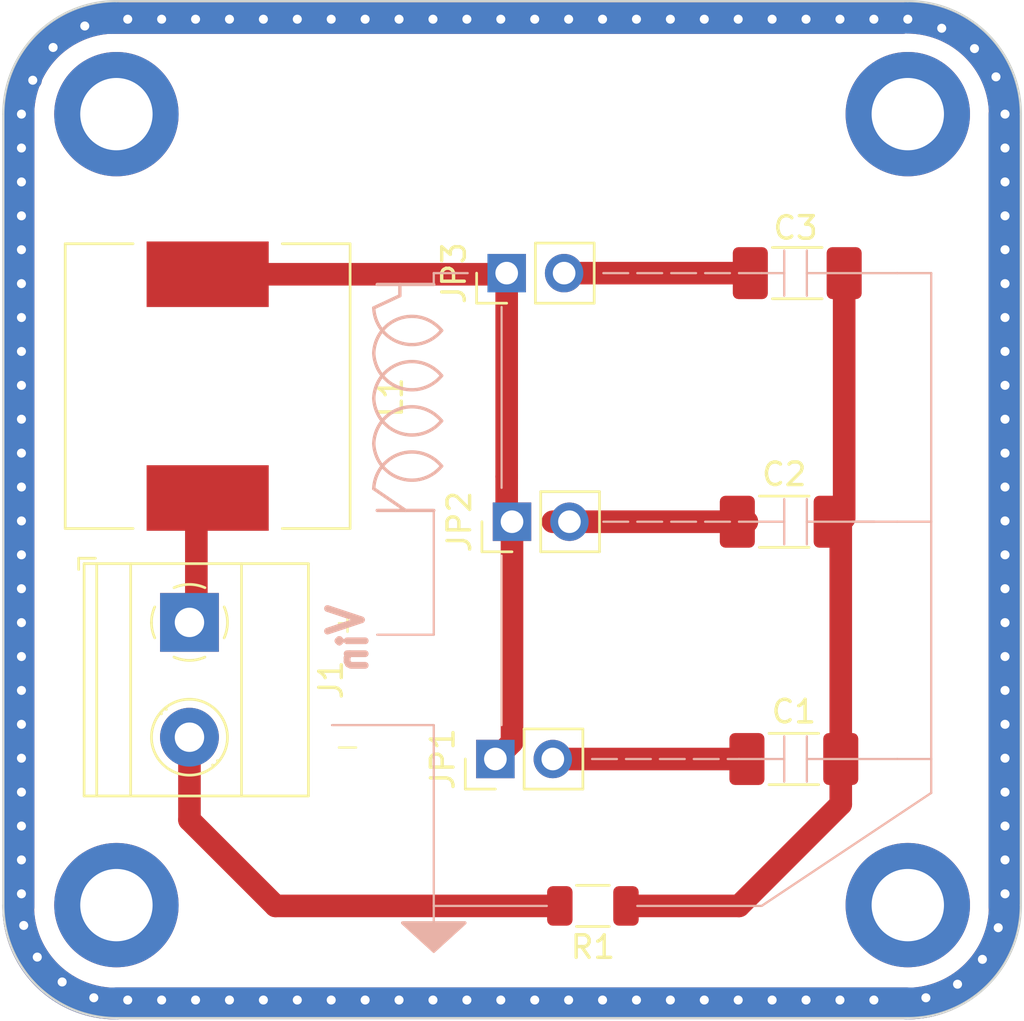
<source format=kicad_pcb>
(kicad_pcb (version 20240108) (generator "pcbnew") (generator_version "8.0")
  (layers (0 "F.Cu" signal) (31 "B.Cu" signal) (34 "B.Paste" user) (35 "F.Paste" user) (36 "B.SilkS" user "B.Silkscreen") (37 "F.SilkS" user "F.Silkscreen") (38 "B.Mask" user) (39 "F.Mask" user) (44 "Edge.Cuts" user))
  (net 0 "")
  (net 1 "0")
  (net 2 "Net-(JP2-B)")
  (net 3 "Net-(JP1-B)")
  (net 4 "Net-(JP3-B)")
  (net 5 "Input voltage")
  (net 6 "Net-(JP1-A)")
  (net 7 "GND")
  (net 8 "Net-(C1-Pad2)")
  (footprint "MountingHole:MountingHole_3.2mm_M3_ISO14580_Pad_TopBottom" (layer "F.Cu") (at 125.964466 72.464466)
    (property "Reference" "H2" (hide yes))
    (property "Value" "MountingHole")
    (pad "1" thru_hole circle (at 0 0) (size 3.6 3.6) (drill 3.2) (layers "*.Cu" "*.Mask"))
    (pad "1" connect circle (at 0 0) (size 5.5 5.5) (layers "F.Cu" "F.Mask"))
    (pad "1" connect circle (at 0 0) (size 5.5 5.5) (layers "B.Cu" "B.Mask"))
  )
  (footprint "MountingHole:MountingHole_3.2mm_M3_ISO14580_Pad_TopBottom" (layer "F.Cu") (at 160.964466 72.464466)
    (property "Reference" "H3" (hide yes))
    (property "Value" "MountingHole")
    (pad "1" thru_hole circle (at 0 0) (size 3.6 3.6) (drill 3.2) (layers "*.Cu" "*.Mask"))
    (pad "1" connect circle (at 0 0) (size 5.5 5.5) (layers "F.Cu" "F.Mask"))
    (pad "1" connect circle (at 0 0) (size 5.5 5.5) (layers "B.Cu" "B.Mask"))
  )
  (footprint "TerminalBlock_Phoenix:TerminalBlock_Phoenix_MKDS-1,5-2-5.08_1x02_P5.08mm_Horizontal" (layer "F.Cu") (at 129.195 94.955 -90)
    (property "Reference" "J1" (at 2.54 -6.26 90) (layer "F.SilkS"))
    (property "Value" "Screw_Terminal_01x02")
    (fp_line (start -2.84 4.9) (end -2.34 4.9) (stroke (width 0.12)) (layer "F.SilkS"))
    (fp_line (start -2.6 4.66) (end 7.68 4.66) (stroke (width 0.12)) (layer "F.SilkS"))
    (fp_line (start -2.84 4.16) (end -2.84 4.9) (stroke (width 0.12)) (layer "F.SilkS"))
    (fp_line (start -2.6 4.1) (end 7.68 4.1) (stroke (width 0.12)) (layer "F.SilkS"))
    (fp_line (start -2.6 2.6) (end 7.68 2.6) (stroke (width 0.12)) (layer "F.SilkS"))
    (fp_line (start 4.046 1.239) (end 4.011 1.274) (stroke (width 0.12)) (layer "F.SilkS"))
    (fp_line (start 3.853 1.023) (end 3.806 1.069) (stroke (width 0.12)) (layer "F.SilkS"))
    (fp_line (start 6.355 -1.069) (end 6.308 -1.023) (stroke (width 0.12)) (layer "F.SilkS"))
    (fp_line (start 6.15 -1.275) (end 6.115 -1.239) (stroke (width 0.12)) (layer "F.SilkS"))
    (fp_line (start -2.6 -2.301) (end 7.68 -2.301) (stroke (width 0.12)) (layer "F.SilkS"))
    (fp_line (start -2.6 -5.261) (end -2.6 4.66) (stroke (width 0.12)) (layer "F.SilkS"))
    (fp_line (start -2.6 -5.261) (end 7.68 -5.261) (stroke (width 0.12)) (layer "F.SilkS"))
    (fp_line (start 7.68 -5.261) (end 7.68 4.66) (stroke (width 0.12)) (layer "F.SilkS"))
    (fp_arc (start 0.028805 1.680253) (mid -0.335551 1.646659) (end -0.684 1.535) (stroke (width 0.12)) (layer "F.SilkS"))
    (fp_arc (start 0.683318 1.534756) (mid 0.349292 1.643288) (end 0 1.68) (stroke (width 0.12)) (layer "F.SilkS"))
    (fp_arc (start -1.535427 0.683042) (mid -1.680501 -0.000524) (end -1.535 -0.684) (stroke (width 0.12)) (layer "F.SilkS"))
    (fp_arc (start 1.535427 -0.683042) (mid 1.680501 0.000524) (end 1.535 0.684) (stroke (width 0.12)) (layer "F.SilkS"))
    (fp_arc (start -0.683042 -1.535427) (mid 0.000524 -1.680501) (end 0.684 -1.535) (stroke (width 0.12)) (layer "F.SilkS"))
    (fp_circle (center 5.08 0) (end 6.76 0) (stroke (width 0.12)) (fill none) (layer "F.SilkS"))
    (pad "1" thru_hole rect (at 0 0 270) (size 2.6 2.6) (drill 1.3) (layers "*.Cu" "*.Mask") (net 5 "Input voltage"))
    (pad "2" thru_hole circle (at 5.08 0 270) (size 2.6 2.6) (drill 1.3) (layers "*.Cu" "*.Mask") (net 7 "GND"))
  )
  (footprint "MountingHole:MountingHole_3.2mm_M3_ISO14580_Pad_TopBottom" (layer "F.Cu") (at 125.964466 107.464466 -90)
    (property "Reference" "H1" (hide yes))
    (property "Value" "MountingHole")
    (pad "1" thru_hole circle (at 0 0 270) (size 3.6 3.6) (drill 3.2) (layers "*.Cu" "*.Mask"))
    (pad "1" connect circle (at 0 0 270) (size 5.5 5.5) (layers "F.Cu" "F.Mask"))
    (pad "1" connect circle (at 0 0 270) (size 5.5 5.5) (layers "B.Cu" "B.Mask"))
  )
  (footprint "Inductor_SMD:L_12x12mm_H4.5mm" (layer "F.Cu") (at 130 84.5 90)
    (property "Reference" "L1" (at -0.5 8.11 90) (layer "F.SilkS"))
    (property "Value" "220µ")
    (fp_line (start 6.3 -6.3) (end 6.3 -3.3) (stroke (width 0.12)) (layer "F.SilkS"))
    (fp_line (start -6.3 -6.3) (end 6.3 -6.3) (stroke (width 0.12)) (layer "F.SilkS"))
    (fp_line (start -6.3 -3.3) (end -6.3 -6.3) (stroke (width 0.12)) (layer "F.SilkS"))
    (fp_line (start 6.3 3.3) (end 6.3 6.3) (stroke (width 0.12)) (layer "F.SilkS"))
    (fp_line (start 6.3 6.3) (end -6.3 6.3) (stroke (width 0.12)) (layer "F.SilkS"))
    (fp_line (start -6.3 6.3) (end -6.3 3.3) (stroke (width 0.12)) (layer "F.SilkS"))
    (pad "1" smd rect (at -4.95 0 90) (size 2.9 5.4) (layers "F.Cu" "F.Paste" "F.Mask") (net 5 "Input voltage"))
    (pad "2" smd rect (at 4.95 0 90) (size 2.9 5.4) (layers "F.Cu" "F.Paste" "F.Mask") (net 6 "Net-(JP1-A)"))
  )
  (footprint "Connector_PinHeader_2.54mm:PinHeader_1x02_P2.54mm_Vertical" (layer "F.Cu") (at 143.46 90.5 90)
    (property "Reference" "JP2" (at 0 -2.33 90) (layer "F.SilkS"))
    (property "Value" "Jumper")
    (fp_line (start -1.33 -1.33) (end 0 -1.33) (stroke (width 0.12)) (layer "F.SilkS"))
    (fp_line (start -1.33 0) (end -1.33 -1.33) (stroke (width 0.12)) (layer "F.SilkS"))
    (fp_line (start 1.33 1.27) (end 1.33 3.87) (stroke (width 0.12)) (layer "F.SilkS"))
    (fp_line (start -1.33 1.27) (end 1.33 1.27) (stroke (width 0.12)) (layer "F.SilkS"))
    (fp_line (start -1.33 1.27) (end -1.33 3.87) (stroke (width 0.12)) (layer "F.SilkS"))
    (fp_line (start -1.33 3.87) (end 1.33 3.87) (stroke (width 0.12)) (layer "F.SilkS"))
    (pad "1" thru_hole rect (at 0 0 90) (size 1.7 1.7) (drill 1) (layers "*.Cu" "*.Mask") (net 6 "Net-(JP1-A)"))
    (pad "2" thru_hole oval (at 0 2.54 90) (size 1.7 1.7) (drill 1) (layers "*.Cu" "*.Mask") (net 2 "Net-(JP2-B)"))
  )
  (footprint "Capacitor_SMD:C_1808_4520Metric" (layer "F.Cu") (at 156.075 79.5)
    (property "Reference" "C3" (at -0.075 -2 180) (layer "F.SilkS"))
    (property "Value" "1n")
    (fp_line (start -1.097369 -1.135) (end 1.097369 -1.135) (stroke (width 0.12)) (layer "F.SilkS"))
    (fp_line (start -1.097369 1.135) (end 1.097369 1.135) (stroke (width 0.12)) (layer "F.SilkS"))
    (pad "1" smd roundrect (at -2.075 0) (size 1.55 2.3) (layers "F.Cu" "F.Paste" "F.Mask") (roundrect_rratio 0.16129) (net 4 "Net-(JP3-B)"))
    (pad "2" smd roundrect (at 2.075 0) (size 1.55 2.3) (layers "F.Cu" "F.Paste" "F.Mask") (roundrect_rratio 0.16129) (net 8 "Net-(C1-Pad2)"))
  )
  (footprint "Capacitor_SMD:C_1808_4520Metric" (layer "F.Cu") (at 155.5 90.5)
    (property "Reference" "C2" (at 0 -2.1 0) (layer "F.SilkS"))
    (property "Value" "10n")
    (fp_line (start -1.097369 -1.135) (end 1.097369 -1.135) (stroke (width 0.12)) (layer "F.SilkS"))
    (fp_line (start -1.097369 1.135) (end 1.097369 1.135) (stroke (width 0.12)) (layer "F.SilkS"))
    (pad "1" smd roundrect (at -2.075 0) (size 1.55 2.3) (layers "F.Cu" "F.Paste" "F.Mask") (roundrect_rratio 0.16129) (net 2 "Net-(JP2-B)"))
    (pad "2" smd roundrect (at 2.075 0) (size 1.55 2.3) (layers "F.Cu" "F.Paste" "F.Mask") (roundrect_rratio 0.16129) (net 8 "Net-(C1-Pad2)"))
  )
  (footprint "Capacitor_SMD:C_1808_4520Metric" (layer "F.Cu") (at 155.925 101)
    (property "Reference" "C1" (at 0 -2.1 0) (layer "F.SilkS"))
    (property "Value" "100n")
    (fp_line (start -1.097369 -1.135) (end 1.097369 -1.135) (stroke (width 0.12)) (layer "F.SilkS"))
    (fp_line (start -1.097369 1.135) (end 1.097369 1.135) (stroke (width 0.12)) (layer "F.SilkS"))
    (pad "1" smd roundrect (at -2.075 0) (size 1.55 2.3) (layers "F.Cu" "F.Paste" "F.Mask") (roundrect_rratio 0.16129) (net 3 "Net-(JP1-B)"))
    (pad "2" smd roundrect (at 2.075 0) (size 1.55 2.3) (layers "F.Cu" "F.Paste" "F.Mask") (roundrect_rratio 0.16129) (net 8 "Net-(C1-Pad2)"))
  )
  (footprint "Resistor_SMD:R_1206_3216Metric" (layer "F.Cu") (at 147.0375 107.5 180)
    (property "Reference" "R1" (at 0 -1.82 0) (layer "F.SilkS"))
    (property "Value" "100")
    (fp_line (start -0.727064 0.91) (end 0.727064 0.91) (stroke (width 0.12)) (layer "F.SilkS"))
    (fp_line (start -0.727064 -0.91) (end 0.727064 -0.91) (stroke (width 0.12)) (layer "F.SilkS"))
    (pad "1" smd roundrect (at -1.4625 0 180) (size 1.125 1.75) (layers "F.Cu" "F.Paste" "F.Mask") (roundrect_rratio 0.222222) (net 8 "Net-(C1-Pad2)"))
    (pad "2" smd roundrect (at 1.4625 0 180) (size 1.125 1.75) (layers "F.Cu" "F.Paste" "F.Mask") (roundrect_rratio 0.222222) (net 7 "GND"))
  )
  (footprint "Connector_PinHeader_2.54mm:PinHeader_1x02_P2.54mm_Vertical" (layer "F.Cu") (at 142.725 101 90)
    (property "Reference" "JP1" (at 0 -2.33 90) (layer "F.SilkS"))
    (property "Value" "Jumper")
    (fp_line (start -1.33 -1.33) (end 0 -1.33) (stroke (width 0.12)) (layer "F.SilkS"))
    (fp_line (start -1.33 0) (end -1.33 -1.33) (stroke (width 0.12)) (layer "F.SilkS"))
    (fp_line (start 1.33 1.27) (end 1.33 3.87) (stroke (width 0.12)) (layer "F.SilkS"))
    (fp_line (start -1.33 1.27) (end 1.33 1.27) (stroke (width 0.12)) (layer "F.SilkS"))
    (fp_line (start -1.33 1.27) (end -1.33 3.87) (stroke (width 0.12)) (layer "F.SilkS"))
    (fp_line (start -1.33 3.87) (end 1.33 3.87) (stroke (width 0.12)) (layer "F.SilkS"))
    (pad "1" thru_hole rect (at 0 0 90) (size 1.7 1.7) (drill 1) (layers "*.Cu" "*.Mask") (net 6 "Net-(JP1-A)"))
    (pad "2" thru_hole oval (at 0 2.54 90) (size 1.7 1.7) (drill 1) (layers "*.Cu" "*.Mask") (net 3 "Net-(JP1-B)"))
  )
  (footprint "MountingHole:MountingHole_3.2mm_M3_ISO14580_Pad_TopBottom" (layer "F.Cu") (at 160.964466 107.464466)
    (property "Reference" "H4" (hide yes))
    (property "Value" "MountingHole")
    (pad "1" thru_hole circle (at 0 0) (size 3.6 3.6) (drill 3.2) (layers "*.Cu" "*.Mask"))
    (pad "1" connect circle (at 0 0) (size 5.5 5.5) (layers "F.Cu" "F.Mask"))
    (pad "1" connect circle (at 0 0) (size 5.5 5.5) (layers "B.Cu" "B.Mask"))
  )
  (footprint "Connector_PinHeader_2.54mm:PinHeader_1x02_P2.54mm_Vertical" (layer "F.Cu") (at 143.225 79.5 90)
    (property "Reference" "JP3" (at 0 -2.33 90) (layer "F.SilkS"))
    (property "Value" "Jumper")
    (fp_line (start -1.33 -1.33) (end 0 -1.33) (stroke (width 0.12)) (layer "F.SilkS"))
    (fp_line (start -1.33 0) (end -1.33 -1.33) (stroke (width 0.12)) (layer "F.SilkS"))
    (fp_line (start 1.33 1.27) (end 1.33 3.87) (stroke (width 0.12)) (layer "F.SilkS"))
    (fp_line (start -1.33 1.27) (end 1.33 1.27) (stroke (width 0.12)) (layer "F.SilkS"))
    (fp_line (start -1.33 1.27) (end -1.33 3.87) (stroke (width 0.12)) (layer "F.SilkS"))
    (fp_line (start -1.33 3.87) (end 1.33 3.87) (stroke (width 0.12)) (layer "F.SilkS"))
    (pad "1" thru_hole rect (at 0 0 90) (size 1.7 1.7) (drill 1) (layers "*.Cu" "*.Mask") (net 6 "Net-(JP1-A)"))
    (pad "2" thru_hole oval (at 0 2.54 90) (size 1.7 1.7) (drill 1) (layers "*.Cu" "*.Mask") (net 4 "Net-(JP3-B)"))
  )
  (gr_arc (start 165.250679 107.506454) (mid 163.98716 110.556866) (end 160.936749 111.820385) (stroke (width 1.4)) (layer "F.Cu") (net 1))
  (gr_arc (start 125.936749 111.820385) (mid 122.88635 110.556853) (end 121.622819 107.506454) (stroke (width 1.4)) (layer "F.Cu") (net 1))
  (gr_arc (start 160.947795 68.200455) (mid 163.992605 69.461644) (end 165.253795 72.506454) (stroke (width 1.4)) (layer "F.Cu") (net 1))
  (gr_line (start 165.236751 107.506455) (end 165.236749 72.506455) (stroke (width 1.4)) (layer "F.Cu") (net 1))
  (gr_line (start 121.636749 72.506455) (end 121.636749 107.506455) (stroke (width 1.4)) (layer "F.Cu") (net 1))
  (gr_line (start 125.936749 111.806455) (end 160.936749 111.806455) (stroke (width 1.4)) (layer "F.Cu") (net 1))
  (gr_arc (start 121.632045 72.48417) (mid 122.886334 69.45604) (end 125.914465 68.201751) (stroke (width 1.4)) (layer "F.Cu") (net 1))
  (gr_line (start 160.714467 68.214466) (end 125.714465 68.214466) (stroke (width 1.4)) (layer "F.Cu") (net 1))
  (gr_line (start 125.936749 111.806455) (end 160.936749 111.806455) (stroke (width 1.4)) (layer "B.Cu") (net 1))
  (gr_line (start 121.636749 72.506455) (end 121.636749 107.506455) (stroke (width 1.4)) (layer "B.Cu") (net 1))
  (gr_arc (start 165.250679 107.506454) (mid 163.98716 110.556866) (end 160.936749 111.820385) (stroke (width 1.4)) (layer "B.Cu") (net 1))
  (gr_arc (start 125.936749 111.820385) (mid 122.88635 110.556853) (end 121.622819 107.506454) (stroke (width 1.4)) (layer "B.Cu") (net 1))
  (gr_arc (start 121.632045 72.48417) (mid 122.886334 69.45604) (end 125.914465 68.201751) (stroke (width 1.4)) (layer "B.Cu") (net 1))
  (gr_line (start 160.714467 68.214466) (end 125.714465 68.214466) (stroke (width 1.4)) (layer "B.Cu") (net 1))
  (gr_line (start 165.236751 107.506455) (end 165.236749 72.506455) (stroke (width 1.4)) (layer "B.Cu") (net 1))
  (gr_arc (start 160.947795 68.200455) (mid 163.992605 69.461644) (end 165.253795 72.506454) (stroke (width 1.4)) (layer "B.Cu") (net 1))
  (gr_line (start 155.5 90.5) (end 153.5 90.5) (stroke (width 0.1)) (layer "B.SilkS"))
  (gr_line (start 160.5 79.5) (end 162 79.5) (stroke (width 0.1)) (layer "B.SilkS"))
  (gr_arc (start 137.345887 85.037661) (mid 138.499998 83.499995) (end 140.345887 84.037661) (stroke (width 0.15)) (layer "B.SilkS"))
  (gr_line (start 145 107.5) (end 140 107.5) (stroke (width 0.1)) (layer "B.SilkS"))
  (gr_line (start 162 102.5) (end 162 79.5) (stroke (width 0.1)) (layer "B.SilkS"))
  (gr_line (start 137.5 90) (end 140 90) (stroke (width 0.15)) (layer "B.SilkS"))
  (gr_line (start 154.5 79.5) (end 153.5 79.5) (stroke (width 0.1)) (layer "B.SilkS"))
  (gr_line (start 156.5 100) (end 156.5 102) (stroke (width 0.1)) (layer "B.SilkS"))
  (gr_line (start 156.5 90.5) (end 160.5 90.5) (stroke (width 0.1)) (layer "B.SilkS"))
  (gr_line (start 140 80) (end 138.5 80) (stroke (width 0.15)) (layer "B.SilkS"))
  (gr_line (start 140 80) (end 140 79.5) (stroke (width 0.1)) (layer "B.SilkS"))
  (gr_line (start 135.5 99.5) (end 140 99.5) (stroke (width 0.1)) (layer "B.SilkS"))
  (gr_line (start 140 95.5) (end 137.5 95.5) (stroke (width 0.1)) (layer "B.SilkS"))
  (gr_arc (start 137.345887 83.037661) (mid 138.499998 81.499995) (end 140.345887 82.037661) (stroke (width 0.15)) (layer "B.SilkS"))
  (gr_line (start 155.5 89.5) (end 155.5 91.5) (stroke (width 0.1)) (layer "B.SilkS"))
  (gr_line (start 156.5 78.5) (end 156.5 80.5) (stroke (width 0.1)) (layer "B.SilkS"))
  (gr_line (start 147 101) (end 153.5 101) (stroke (width 0.1) (type dash)) (layer "B.SilkS"))
  (gr_line (start 158.5 90.5) (end 159.5 90.5) (stroke (width 0.1)) (layer "B.SilkS"))
  (gr_line (start 140 79.5) (end 141 79.5) (stroke (width 0.1)) (layer "B.SilkS"))
  (gr_line (start 154.5 107.5) (end 162 102.5) (stroke (width 0.1)) (layer "B.SilkS"))
  (gr_line (start 140 90) (end 140 95.5) (stroke (width 0.1)) (layer "B.SilkS"))
  (gr_line (start 155.5 100) (end 155.5 102) (stroke (width 0.1)) (layer "B.SilkS"))
  (gr_poly (pts (xy 141.375 108.25) (xy 138.625 108.25) (xy 140 109.5)) (stroke (width 0.15)) (fill solid) (layer "B.SilkS"))
  (gr_line (start 138.75 90) (end 137.345887 89.037661) (stroke (width 0.15)) (layer "B.SilkS"))
  (gr_line (start 155.5 78.5) (end 155.5 80.5) (stroke (width 0.1)) (layer "B.SilkS"))
  (gr_line (start 140 99.5) (end 140 109) (stroke (width 0.1)) (layer "B.SilkS"))
  (gr_line (start 143 81) (end 143 89) (stroke (width 0.1)) (layer "B.SilkS"))
  (gr_line (start 141 79.5) (end 141.5 79.5) (stroke (width 0.1)) (layer "B.SilkS"))
  (gr_line (start 154.5 101) (end 155.5 101) (stroke (width 0.1)) (layer "B.SilkS"))
  (gr_line (start 160.5 90.5) (end 162 90.5) (stroke (width 0.1)) (layer "B.SilkS"))
  (gr_arc (start 140.345887 82.037661) (mid 138.499983 82.575373) (end 137.345887 81.037661) (stroke (width 0.15)) (layer "B.SilkS"))
  (gr_arc (start 137.345887 87.037661) (mid 138.499998 85.499995) (end 140.345887 86.037661) (stroke (width 0.15)) (layer "B.SilkS"))
  (gr_line (start 138.5 80.5) (end 138.5 80) (stroke (width 0.15)) (layer "B.SilkS"))
  (gr_line (start 137.5 80) (end 138.5 80) (stroke (width 0.15)) (layer "B.SilkS"))
  (gr_line (start 147.5 79.5) (end 153.5 79.5) (stroke (width 0.1) (type dash)) (layer "B.SilkS"))
  (gr_line (start 156.5 101) (end 160.5 101) (stroke (width 0.1)) (layer "B.SilkS"))
  (gr_arc (start 140.345887 84.037661) (mid 138.499983 84.575373) (end 137.345887 83.037661) (stroke (width 0.15)) (layer "B.SilkS"))
  (gr_line (start 160.5 101) (end 162 101) (stroke (width 0.1)) (layer "B.SilkS"))
  (gr_line (start 143 92) (end 143 99.5) (stroke (width 0.1)) (layer "B.SilkS"))
  (gr_line (start 156.5 79.5) (end 160.5 79.5) (stroke (width 0.1)) (layer "B.SilkS"))
  (gr_arc (start 140.345887 86.037661) (mid 138.499983 86.575373) (end 137.345887 85.037661) (stroke (width 0.15)) (layer "B.SilkS"))
  (gr_line (start 154.5 79.5) (end 155.5 79.5) (stroke (width 0.1)) (layer "B.SilkS"))
  (gr_arc (start 137.345887 89.037661) (mid 138.499998 87.499995) (end 140.345887 88.037661) (stroke (width 0.15)) (layer "B.SilkS"))
  (gr_line (start 156.5 89.5) (end 156.5 91.5) (stroke (width 0.1)) (layer "B.SilkS"))
  (gr_line (start 137.345887 81.037661) (end 138.5 80.5) (stroke (width 0.15)) (layer "B.SilkS"))
  (gr_line (start 149 107.5) (end 154.5 107.5) (stroke (width 0.1)) (layer "B.SilkS"))
  (gr_line (start 154.5 101) (end 153.5 101) (stroke (width 0.1)) (layer "B.SilkS"))
  (gr_arc (start 140.345887 88.037661) (mid 138.499983 88.575373) (end 137.345887 87.037661) (stroke (width 0.15)) (layer "B.SilkS"))
  (gr_line (start 147.5 90.5) (end 153.5 90.5) (stroke (width 0.1) (type dash)) (layer "B.SilkS"))
  (gr_arc (start 165.964466 107.464466) (mid 164.5 111) (end 160.964466 112.464466) (stroke (width 0.1)) (layer "Edge.Cuts"))
  (gr_arc (start 125.964466 112.464466) (mid 122.428932 111) (end 120.964466 107.464466) (stroke (width 0.1)) (layer "Edge.Cuts"))
  (gr_line (start 125.964466 67.464466) (end 160.964466 67.464466) (stroke (width 0.1)) (layer "Edge.Cuts"))
  (gr_arc (start 120.964466 72.464466) (mid 122.428932 68.928932) (end 125.964466 67.464466) (stroke (width 0.1)) (layer "Edge.Cuts"))
  (gr_arc (start 160.964466 67.464466) (mid 164.5 68.928932) (end 165.964466 72.464466) (stroke (width 0.1)) (layer "Edge.Cuts"))
  (gr_line (start 160.964466 112.464466) (end 125.964466 112.464466) (stroke (width 0.1)) (layer "Edge.Cuts"))
  (gr_line (start 165.964466 107.464466) (end 165.964466 72.464466) (stroke (width 0.1)) (layer "Edge.Cuts"))
  (gr_line (start 120.964466 72.464466) (end 120.964466 107.464466) (stroke (width 0.1)) (layer "Edge.Cuts"))
  (gr_text "V_{in}\n" (at 137 94 90) (layer "B.SilkS") (effects (font (size 1.5 1.5) (thickness 0.3) (bold yes)) (justify left bottom mirror)))
  (gr_text "-" (at 135.5 101 0) (layer "F.SilkS") (effects (font (size 1 1) (thickness 0.1)) (justify left bottom)))
  (gr_text "+" (at 135.5 95.5 0) (layer "F.SilkS") (effects (font (size 1 1) (thickness 0.1)) (justify left bottom)))
  (via (at 150.464466 68.264466) (size 0.8) (drill 0.4) (layers "F.Cu" "B.Cu") (net 1))
  (via (at 165.264466 100.964466) (size 0.8) (drill 0.4) (layers "F.Cu" "B.Cu") (net 1))
  (via (at 151.964466 68.264466) (size 0.8) (drill 0.4) (layers "F.Cu" "B.Cu") (net 1))
  (via (at 127.964466 111.664466) (size 0.8) (drill 0.4) (layers "F.Cu" "B.Cu") (net 1))
  (via (at 121.764466 75.464466) (size 0.8) (drill 0.4) (layers "F.Cu" "B.Cu") (net 1))
  (via (at 129.464466 111.664466) (size 0.8) (drill 0.4) (layers "F.Cu" "B.Cu") (net 1))
  (via (at 145.964466 111.664466) (size 0.8) (drill 0.4) (layers "F.Cu" "B.Cu") (net 1))
  (via (at 121.764466 84.464466) (size 0.8) (drill 0.4) (layers "F.Cu" "B.Cu") (net 1))
  (via (at 165.264466 97.964466) (size 0.8) (drill 0.4) (layers "F.Cu" "B.Cu") (net 1))
  (via (at 163.914466 69.564466) (size 0.8) (drill 0.4) (layers "F.Cu" "B.Cu") (net 1))
  (via (at 165.264466 94.964466) (size 0.8) (drill 0.4) (layers "F.Cu" "B.Cu") (net 1))
  (via (at 121.764466 93.464466) (size 0.8) (drill 0.4) (layers "F.Cu" "B.Cu") (net 1))
  (via (at 124.564466 68.564466) (size 0.8) (drill 0.4) (layers "F.Cu" "B.Cu") (net 1))
  (via (at 148.964466 111.664466) (size 0.8) (drill 0.4) (layers "F.Cu" "B.Cu") (net 1))
  (via (at 136.964466 111.664466) (size 0.8) (drill 0.4) (layers "F.Cu" "B.Cu") (net 1))
  (via (at 138.464466 111.664466) (size 0.8) (drill 0.4) (layers "F.Cu" "B.Cu") (net 1))
  (via (at 123.164466 69.514466) (size 0.8) (drill 0.4) (layers "F.Cu" "B.Cu") (net 1))
  (via (at 121.764466 99.464466) (size 0.8) (drill 0.4) (layers "F.Cu" "B.Cu") (net 1))
  (via (at 139.964466 111.664466) (size 0.8) (drill 0.4) (layers "F.Cu" "B.Cu") (net 1))
  (via (at 159.464466 111.664466) (size 0.8) (drill 0.4) (layers "F.Cu" "B.Cu") (net 1))
  (via (at 147.464466 111.664466) (size 0.8) (drill 0.4) (layers "F.Cu" "B.Cu") (net 1))
  (via (at 121.764466 72.464466) (size 0.8) (drill 0.4) (layers "F.Cu" "B.Cu") (net 1))
  (via (at 121.764466 102.464466) (size 0.8) (drill 0.4) (layers "F.Cu" "B.Cu") (net 1))
  (via (at 157.964466 111.664466) (size 0.8) (drill 0.4) (layers "F.Cu" "B.Cu") (net 1))
  (via (at 164.964466 108.464466) (size 0.8) (drill 0.4) (layers "F.Cu" "B.Cu") (net 1))
  (via (at 148.964466 68.264466) (size 0.8) (drill 0.4) (layers "F.Cu" "B.Cu") (net 1))
  (via (at 147.464466 68.264466) (size 0.8) (drill 0.4) (layers "F.Cu" "B.Cu") (net 1))
  (via (at 165.264466 78.464466) (size 0.8) (drill 0.4) (layers "F.Cu" "B.Cu") (net 1))
  (via (at 161.764466 111.564466) (size 0.8) (drill 0.4) (layers "F.Cu" "B.Cu") (net 1))
  (via (at 164.864466 70.814466) (size 0.8) (drill 0.4) (layers "F.Cu" "B.Cu") (net 1))
  (via (at 165.264466 73.964466) (size 0.8) (drill 0.4) (layers "F.Cu" "B.Cu") (net 1))
  (via (at 121.764466 91.964466) (size 0.8) (drill 0.4) (layers "F.Cu" "B.Cu") (net 1))
  (via (at 121.764466 81.464466) (size 0.8) (drill 0.4) (layers "F.Cu" "B.Cu") (net 1))
  (via (at 165.264466 91.964466) (size 0.8) (drill 0.4) (layers "F.Cu" "B.Cu") (net 1))
  (via (at 121.764466 103.964466) (size 0.8) (drill 0.4) (layers "F.Cu" "B.Cu") (net 1))
  (via (at 121.764466 106.964466) (size 0.8) (drill 0.4) (layers "F.Cu" "B.Cu") (net 1))
  (via (at 135.464466 68.264466) (size 0.8) (drill 0.4) (layers "F.Cu" "B.Cu") (net 1))
  (via (at 145.964466 68.264466) (size 0.8) (drill 0.4) (layers "F.Cu" "B.Cu") (net 1))
  (via (at 154.964466 68.264466) (size 0.8) (drill 0.4) (layers "F.Cu" "B.Cu") (net 1))
  (via (at 121.764466 85.964466) (size 0.8) (drill 0.4) (layers "F.Cu" "B.Cu") (net 1))
  (via (at 163.164466 110.964466) (size 0.8) (drill 0.4) (layers "F.Cu" "B.Cu") (net 1))
  (via (at 165.264466 93.464466) (size 0.8) (drill 0.4) (layers "F.Cu" "B.Cu") (net 1))
  (via (at 121.764466 90.464466) (size 0.8) (drill 0.4) (layers "F.Cu" "B.Cu") (net 1))
  (via (at 139.964466 68.264466) (size 0.8) (drill 0.4) (layers "F.Cu" "B.Cu") (net 1))
  (via (at 126.464466 68.264466) (size 0.8) (drill 0.4) (layers "F.Cu" "B.Cu") (net 1))
  (via (at 165.264466 81.464466) (size 0.8) (drill 0.4) (layers "F.Cu" "B.Cu") (net 1))
  (via (at 165.264466 105.464466) (size 0.8) (drill 0.4) (layers "F.Cu" "B.Cu") (net 1))
  (via (at 165.264466 75.464466) (size 0.8) (drill 0.4) (layers "F.Cu" "B.Cu") (net 1))
  (via (at 127.964466 68.264466) (size 0.8) (drill 0.4) (layers "F.Cu" "B.Cu") (net 1))
  (via (at 150.464466 111.664466) (size 0.8) (drill 0.4) (layers "F.Cu" "B.Cu") (net 1))
  (via (at 130.964466 111.664466) (size 0.8) (drill 0.4) (layers "F.Cu" "B.Cu") (net 1))
  (via (at 121.764466 87.464466) (size 0.8) (drill 0.4) (layers "F.Cu" "B.Cu") (net 1))
  (via (at 132.464466 68.264466) (size 0.8) (drill 0.4) (layers "F.Cu" "B.Cu") (net 1))
  (via (at 164.264466 109.864466) (size 0.8) (drill 0.4) (layers "F.Cu" "B.Cu") (net 1))
  (via (at 121.764466 88.964466) (size 0.8) (drill 0.4) (layers "F.Cu" "B.Cu") (net 1))
  (via (at 122.464466 109.764466) (size 0.8) (drill 0.4) (layers "F.Cu" "B.Cu") (net 1))
  (via (at 151.964466 111.664466) (size 0.8) (drill 0.4) (layers "F.Cu" "B.Cu") (net 1))
  (via (at 165.264466 85.964466) (size 0.8) (drill 0.4) (layers "F.Cu" "B.Cu") (net 1))
  (via (at 157.964466 68.264466) (size 0.8) (drill 0.4) (layers "F.Cu" "B.Cu") (net 1))
  (via (at 165.264466 106.964466) (size 0.8) (drill 0.4) (layers "F.Cu" "B.Cu") (net 1))
  (via (at 165.264466 79.964466) (size 0.8) (drill 0.4) (layers "F.Cu" "B.Cu") (net 1))
  (via (at 159.464466 68.264466) (size 0.8) (drill 0.4) (layers "F.Cu" "B.Cu") (net 1))
  (via (at 136.964466 68.264466) (size 0.8) (drill 0.4) (layers "F.Cu" "B.Cu") (net 1))
  (via (at 122.264466 70.964466) (size 0.8) (drill 0.4) (layers "F.Cu" "B.Cu") (net 1))
  (via (at 165.264466 88.964466) (size 0.8) (drill 0.4) (layers "F.Cu" "B.Cu") (net 1))
  (via (at 121.764466 97.964466) (size 0.8) (drill 0.4) (layers "F.Cu" "B.Cu") (net 1))
  (via (at 121.764466 105.464466) (size 0.8) (drill 0.4) (layers "F.Cu" "B.Cu") (net 1))
  (via (at 135.464466 111.664466) (size 0.8) (drill 0.4) (layers "F.Cu" "B.Cu") (net 1))
  (via (at 121.764466 94.964466) (size 0.8) (drill 0.4) (layers "F.Cu" "B.Cu") (net 1))
  (via (at 121.764466 76.964466) (size 0.8) (drill 0.4) (layers "F.Cu" "B.Cu") (net 1))
  (via (at 132.464466 111.664466) (size 0.8) (drill 0.4) (layers "F.Cu" "B.Cu") (net 1))
  (via (at 165.264466 96.464466) (size 0.8) (drill 0.4) (layers "F.Cu" "B.Cu") (net 1))
  (via (at 142.964466 111.664466) (size 0.8) (drill 0.4) (layers "F.Cu" "B.Cu") (net 1))
  (via (at 123.564466 110.864466) (size 0.8) (drill 0.4) (layers "F.Cu" "B.Cu") (net 1))
  (via (at 165.264466 87.464466) (size 0.8) (drill 0.4) (layers "F.Cu" "B.Cu") (net 1))
  (via (at 121.764466 82.964466) (size 0.8) (drill 0.4) (layers "F.Cu" "B.Cu") (net 1))
  (via (at 153.464466 111.664466) (size 0.8) (drill 0.4) (layers "F.Cu" "B.Cu") (net 1))
  (via (at 138.464466 68.264466) (size 0.8) (drill 0.4) (layers "F.Cu" "B.Cu") (net 1))
  (via (at 121.764466 73.964466) (size 0.8) (drill 0.4) (layers "F.Cu" "B.Cu") (net 1))
  (via (at 126.464466 111.664466) (size 0.8) (drill 0.4) (layers "F.Cu" "B.Cu") (net 1))
  (via (at 121.764466 79.964466) (size 0.8) (drill 0.4) (layers "F.Cu" "B.Cu") (net 1))
  (via (at 165.264466 84.464466) (size 0.8) (drill 0.4) (layers "F.Cu" "B.Cu") (net 1))
  (via (at 156.464466 111.664466) (size 0.8) (drill 0.4) (layers "F.Cu" "B.Cu") (net 1))
  (via (at 165.264466 90.464466) (size 0.8) (drill 0.4) (layers "F.Cu" "B.Cu") (net 1))
  (via (at 154.964466 111.664466) (size 0.8) (drill 0.4) (layers "F.Cu" "B.Cu") (net 1))
  (via (at 141.464466 68.264466) (size 0.8) (drill 0.4) (layers "F.Cu" "B.Cu") (net 1))
  (via (at 144.464466 111.664466) (size 0.8) (drill 0.4) (layers "F.Cu" "B.Cu") (net 1))
  (via (at 165.264466 76.964466) (size 0.8) (drill 0.4) (layers "F.Cu" "B.Cu") (net 1))
  (via (at 165.264466 72.464466) (size 0.8) (drill 0.4) (layers "F.Cu" "B.Cu") (net 1))
  (via (at 165.264466 102.464466) (size 0.8) (drill 0.4) (layers "F.Cu" "B.Cu") (net 1))
  (via (at 141.464466 111.664466) (size 0.8) (drill 0.4) (layers "F.Cu" "B.Cu") (net 1))
  (via (at 121.864466 108.364466) (size 0.8) (drill 0.4) (layers "F.Cu" "B.Cu") (net 1))
  (via (at 165.264466 82.964466) (size 0.8) (drill 0.4) (layers "F.Cu" "B.Cu") (net 1))
  (via (at 160.964466 68.264466) (size 0.8) (drill 0.4) (layers "F.Cu" "B.Cu") (net 1))
  (via (at 133.964466 68.264466) (size 0.8) (drill 0.4) (layers "F.Cu" "B.Cu") (net 1))
  (via (at 156.464466 68.264466) (size 0.8) (drill 0.4) (layers "F.Cu" "B.Cu") (net 1))
  (via (at 153.464466 68.264466) (size 0.8) (drill 0.4) (layers "F.Cu" "B.Cu") (net 1))
  (via (at 142.964466 68.264466) (size 0.8) (drill 0.4) (layers "F.Cu" "B.Cu") (net 1))
  (via (at 121.764466 78.464466) (size 0.8) (drill 0.4) (layers "F.Cu" "B.Cu") (net 1))
  (via (at 162.464466 68.664466) (size 0.8) (drill 0.4) (layers "F.Cu" "B.Cu") (net 1))
  (via (at 121.764466 100.964466) (size 0.8) (drill 0.4) (layers "F.Cu" "B.Cu") (net 1))
  (via (at 130.964466 68.264466) (size 0.8) (drill 0.4) (layers "F.Cu" "B.Cu") (net 1))
  (via (at 144.464466 68.264466) (size 0.8) (drill 0.4) (layers "F.Cu" "B.Cu") (net 1))
  (via (at 165.264466 99.464466) (size 0.8) (drill 0.4) (layers "F.Cu" "B.Cu") (net 1))
  (via (at 165.264466 103.964466) (size 0.8) (drill 0.4) (layers "F.Cu" "B.Cu") (net 1))
  (via (at 129.464466 68.264466) (size 0.8) (drill 0.4) (layers "F.Cu" "B.Cu") (net 1))
  (via (at 133.964466 111.664466) (size 0.8) (drill 0.4) (layers "F.Cu" "B.Cu") (net 1))
  (via (at 121.764466 96.464466) (size 0.8) (drill 0.4) (layers "F.Cu" "B.Cu") (net 1))
  (via (at 124.964466 111.564466) (size 0.8) (drill 0.4) (layers "F.Cu" "B.Cu") (net 1))
  (segment (start 145.265 90.5) (end 153.85 90.5) (width 1) (layer "F.Cu") (net 2))
  (segment (start 145.265 101) (end 153.85 101) (width 1) (layer "F.Cu") (net 3))
  (segment (start 145.765 79.5) (end 154 79.5) (width 1) (layer "F.Cu") (net 4))
  (segment (start 129.5 94.65) (end 129.195 94.955) (width 1) (layer "F.Cu") (net 5))
  (segment (start 130 89.45) (end 129.5 89.95) (width 1) (layer "F.Cu") (net 5))
  (segment (start 129.5 89.95) (end 129.5 94.65) (width 1) (layer "F.Cu") (net 5))
  (segment (start 143.225 90.265) (end 143.46 90.5) (width 1) (layer "F.Cu") (net 6))
  (segment (start 143.225 79.5) (end 143.225 88.5) (width 1) (layer "F.Cu") (net 6))
  (segment (start 143.23 90) (end 142.73 90.5) (width 0.2) (layer "F.Cu") (net 6))
  (segment (start 142.675 100.95) (end 142.725 101) (width 1) (layer "F.Cu") (net 6))
  (segment (start 130 79.55) (end 143.175 79.55) (width 1) (layer "F.Cu") (net 6))
  (segment (start 143.225 88.5) (end 143.225 90.265) (width 1) (layer "F.Cu") (net 6))
  (segment (start 143.46 90.5) (end 143.46 100.265) (width 1) (layer "F.Cu") (net 6))
  (segment (start 143.46 100.265) (end 142.725 101) (width 1) (layer "F.Cu") (net 6))
  (segment (start 143.175 79.55) (end 143.225 79.5) (width 0.2) (layer "F.Cu") (net 6))
  (segment (start 129.195 103.695) (end 133 107.5) (width 1) (layer "F.Cu") (net 7))
  (segment (start 133 107.5) (end 145.575 107.5) (width 1) (layer "F.Cu") (net 7))
  (segment (start 129.195 100.035) (end 129.195 103.695) (width 1) (layer "F.Cu") (net 7))
  (segment (start 158 103) (end 158 101) (width 1) (layer "F.Cu") (net 8))
  (segment (start 158.15 79.5) (end 158.15 90.35) (width 1) (layer "F.Cu") (net 8))
  (segment (start 158.075 101.075) (end 158 101) (width 0.2) (layer "F.Cu") (net 8))
  (segment (start 158 90.5) (end 158 101) (width 1) (layer "F.Cu") (net 8))
  (segment (start 158.15 90.35) (end 158 90.5) (width 0.2) (layer "F.Cu") (net 8))
  (segment (start 153.5 107.5) (end 158 103) (width 1) (layer "F.Cu") (net 8))
  (segment (start 148.5 107.5) (end 153.5 107.5) (width 1) (layer "F.Cu") (net 8))
)
</source>
